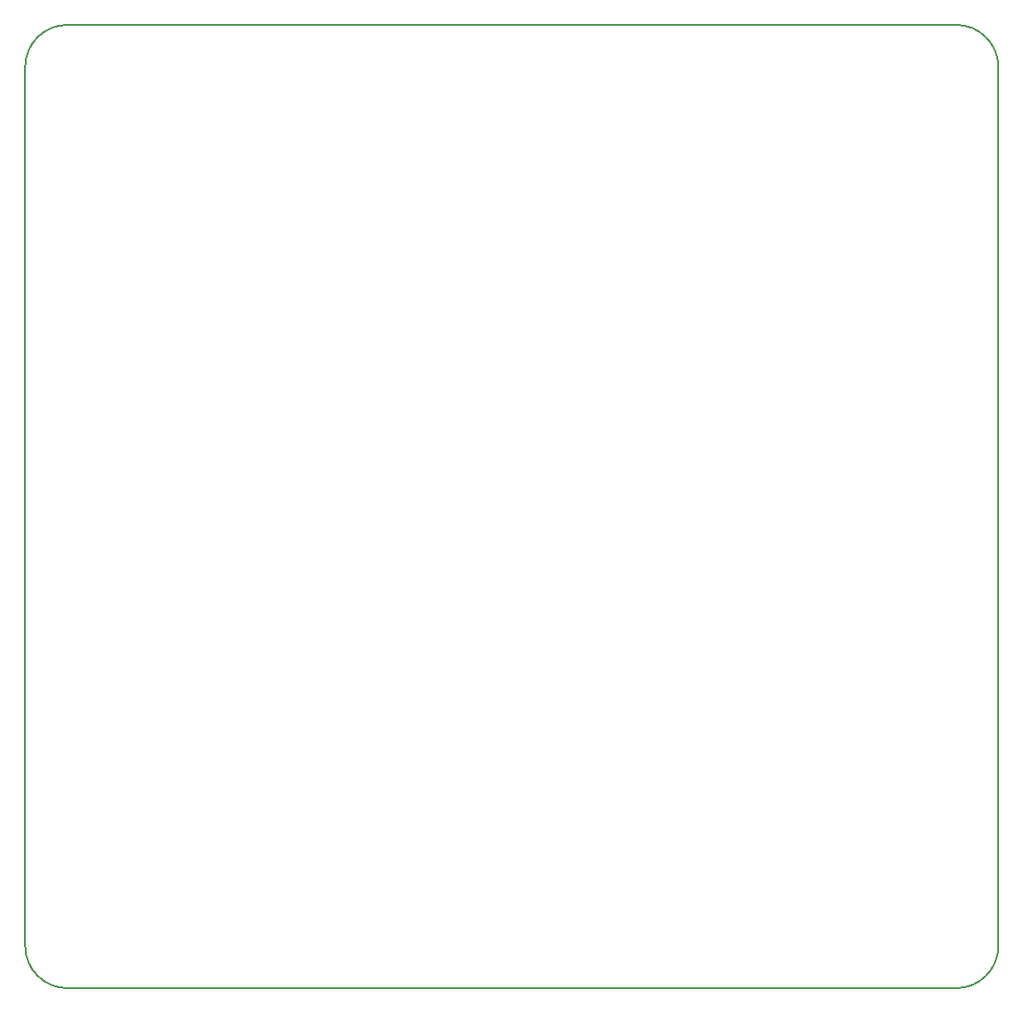
<source format=gbr>
G04 #@! TF.GenerationSoftware,KiCad,Pcbnew,(5.0.2)-1*
G04 #@! TF.CreationDate,2020-06-08T20:07:41-05:00*
G04 #@! TF.ProjectId,Conventional_Display,436f6e76-656e-4746-996f-6e616c5f4469,rev?*
G04 #@! TF.SameCoordinates,Original*
G04 #@! TF.FileFunction,Profile,NP*
%FSLAX46Y46*%
G04 Gerber Fmt 4.6, Leading zero omitted, Abs format (unit mm)*
G04 Created by KiCad (PCBNEW (5.0.2)-1) date 6/8/2020 8:07:41 PM*
%MOMM*%
%LPD*%
G01*
G04 APERTURE LIST*
%ADD10C,0.150000*%
G04 APERTURE END LIST*
D10*
X153162000Y-45161200D02*
X153162000Y-128828800D01*
X64465200Y-41148000D02*
X149148800Y-41148000D01*
X60452000Y-128828800D02*
X60452000Y-45161200D01*
X149148800Y-132842000D02*
X64465200Y-132842000D01*
X149148800Y-132842000D02*
G75*
G03X153162000Y-128828800I0J4013200D01*
G01*
X60452000Y-128828800D02*
G75*
G03X64465200Y-132842000I4013200J0D01*
G01*
X64465200Y-41148000D02*
G75*
G03X60452000Y-45161200I0J-4013200D01*
G01*
X153162000Y-45161200D02*
G75*
G03X149148800Y-41148000I-4013200J0D01*
G01*
M02*

</source>
